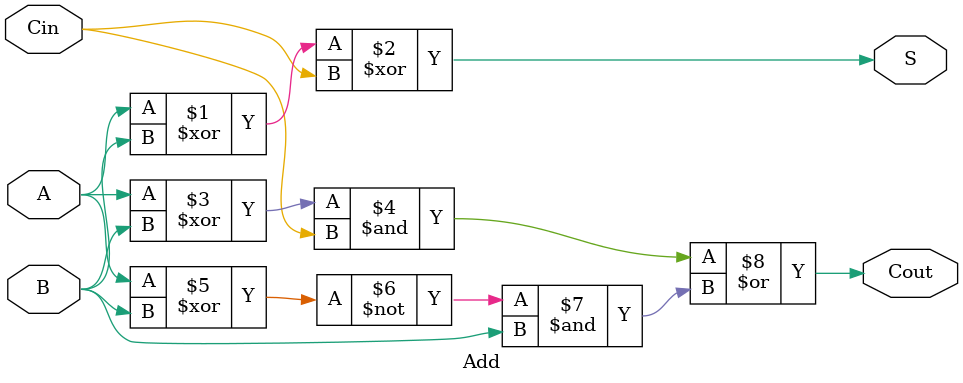
<source format=v>
`timescale 1ns / 1ps


module Add(
    input A,
    input B,
    input Cin,
    output Cout,
    output S
    );
    
    assign S =(A^B)^Cin;
    assign Cout = ((A^B) & Cin) | ( (~(A^B)) & B );
    
endmodule

</source>
